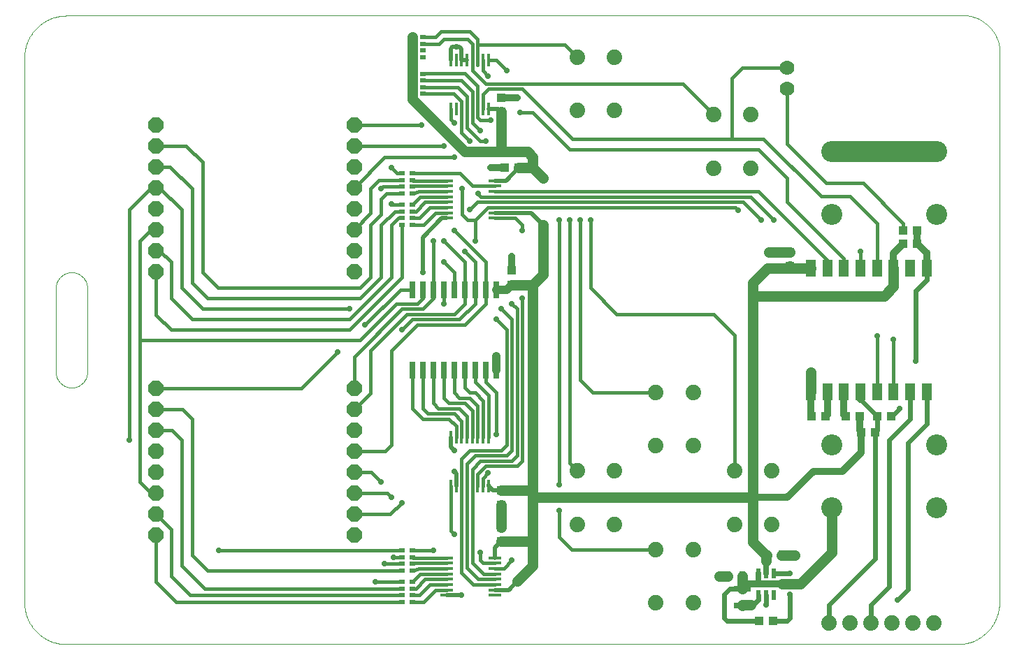
<source format=gtl>
G75*
%MOIN*%
%OFA0B0*%
%FSLAX25Y25*%
%IPPOS*%
%LPD*%
%AMOC8*
5,1,8,0,0,1.08239X$1,22.5*
%
%ADD10C,0.00000*%
%ADD11R,0.03150X0.04724*%
%ADD12R,0.07874X0.03150*%
%ADD13R,0.04331X0.03937*%
%ADD14R,0.02165X0.04724*%
%ADD15R,0.04724X0.07874*%
%ADD16OC8,0.07500*%
%ADD17R,0.01575X0.06299*%
%ADD18R,0.06299X0.01575*%
%ADD19R,0.02600X0.08000*%
%ADD20R,0.02559X0.01969*%
%ADD21R,0.03937X0.04331*%
%ADD22C,0.07400*%
%ADD23C,0.07000*%
%ADD24C,0.10050*%
%ADD25C,0.03200*%
%ADD26C,0.02400*%
%ADD27C,0.02800*%
%ADD28C,0.01600*%
%ADD29C,0.02600*%
%ADD30C,0.02000*%
%ADD31C,0.04000*%
%ADD32C,0.05000*%
%ADD33C,0.10000*%
D10*
X0022600Y0002600D02*
X0447600Y0002600D01*
X0448083Y0002606D01*
X0448566Y0002623D01*
X0449049Y0002653D01*
X0449530Y0002693D01*
X0450011Y0002746D01*
X0450490Y0002810D01*
X0450967Y0002885D01*
X0451443Y0002973D01*
X0451916Y0003071D01*
X0452386Y0003181D01*
X0452854Y0003302D01*
X0453319Y0003435D01*
X0453780Y0003579D01*
X0454238Y0003734D01*
X0454692Y0003900D01*
X0455142Y0004077D01*
X0455587Y0004264D01*
X0456028Y0004463D01*
X0456464Y0004671D01*
X0456894Y0004891D01*
X0457320Y0005121D01*
X0457739Y0005361D01*
X0458153Y0005611D01*
X0458560Y0005871D01*
X0458961Y0006140D01*
X0459356Y0006420D01*
X0459743Y0006708D01*
X0460124Y0007007D01*
X0460497Y0007314D01*
X0460862Y0007630D01*
X0461220Y0007955D01*
X0461570Y0008288D01*
X0461912Y0008630D01*
X0462245Y0008980D01*
X0462570Y0009338D01*
X0462886Y0009703D01*
X0463193Y0010076D01*
X0463492Y0010457D01*
X0463780Y0010844D01*
X0464060Y0011239D01*
X0464329Y0011640D01*
X0464589Y0012047D01*
X0464839Y0012461D01*
X0465079Y0012880D01*
X0465309Y0013306D01*
X0465529Y0013736D01*
X0465737Y0014172D01*
X0465936Y0014613D01*
X0466123Y0015058D01*
X0466300Y0015508D01*
X0466466Y0015962D01*
X0466621Y0016420D01*
X0466765Y0016881D01*
X0466898Y0017346D01*
X0467019Y0017814D01*
X0467129Y0018284D01*
X0467227Y0018757D01*
X0467315Y0019233D01*
X0467390Y0019710D01*
X0467454Y0020189D01*
X0467507Y0020670D01*
X0467547Y0021151D01*
X0467577Y0021634D01*
X0467594Y0022117D01*
X0467600Y0022600D01*
X0467600Y0282600D01*
X0467656Y0283024D01*
X0467701Y0283448D01*
X0467735Y0283874D01*
X0467760Y0284301D01*
X0467774Y0284728D01*
X0467778Y0285155D01*
X0467771Y0285582D01*
X0467755Y0286009D01*
X0467728Y0286435D01*
X0467690Y0286861D01*
X0467642Y0287285D01*
X0467584Y0287708D01*
X0467516Y0288130D01*
X0467438Y0288550D01*
X0467350Y0288968D01*
X0467251Y0289384D01*
X0467143Y0289797D01*
X0467024Y0290207D01*
X0466896Y0290615D01*
X0466758Y0291019D01*
X0466610Y0291420D01*
X0466452Y0291817D01*
X0466285Y0292210D01*
X0466109Y0292599D01*
X0465923Y0292984D01*
X0465728Y0293364D01*
X0465523Y0293739D01*
X0465310Y0294109D01*
X0465088Y0294474D01*
X0464857Y0294834D01*
X0464618Y0295187D01*
X0464370Y0295535D01*
X0464113Y0295877D01*
X0463849Y0296212D01*
X0463576Y0296541D01*
X0463296Y0296864D01*
X0463008Y0297179D01*
X0462712Y0297487D01*
X0462409Y0297789D01*
X0462099Y0298082D01*
X0461782Y0298368D01*
X0461458Y0298647D01*
X0461127Y0298917D01*
X0460790Y0299180D01*
X0460446Y0299434D01*
X0460097Y0299680D01*
X0459742Y0299917D01*
X0459381Y0300146D01*
X0459015Y0300366D01*
X0458643Y0300577D01*
X0458267Y0300778D01*
X0457886Y0300971D01*
X0457500Y0301155D01*
X0457110Y0301329D01*
X0456716Y0301493D01*
X0456317Y0301649D01*
X0455916Y0301794D01*
X0455511Y0301930D01*
X0455102Y0302055D01*
X0454691Y0302171D01*
X0454277Y0302277D01*
X0453861Y0302373D01*
X0453443Y0302459D01*
X0453022Y0302535D01*
X0452600Y0302600D01*
X0022600Y0302600D01*
X0022117Y0302594D01*
X0021634Y0302577D01*
X0021151Y0302547D01*
X0020670Y0302507D01*
X0020189Y0302454D01*
X0019710Y0302390D01*
X0019233Y0302315D01*
X0018757Y0302227D01*
X0018284Y0302129D01*
X0017814Y0302019D01*
X0017346Y0301898D01*
X0016881Y0301765D01*
X0016420Y0301621D01*
X0015962Y0301466D01*
X0015508Y0301300D01*
X0015058Y0301123D01*
X0014613Y0300936D01*
X0014172Y0300737D01*
X0013736Y0300529D01*
X0013306Y0300309D01*
X0012880Y0300079D01*
X0012461Y0299839D01*
X0012047Y0299589D01*
X0011640Y0299329D01*
X0011239Y0299060D01*
X0010844Y0298780D01*
X0010457Y0298492D01*
X0010076Y0298193D01*
X0009703Y0297886D01*
X0009338Y0297570D01*
X0008980Y0297245D01*
X0008630Y0296912D01*
X0008288Y0296570D01*
X0007955Y0296220D01*
X0007630Y0295862D01*
X0007314Y0295497D01*
X0007007Y0295124D01*
X0006708Y0294743D01*
X0006420Y0294356D01*
X0006140Y0293961D01*
X0005871Y0293560D01*
X0005611Y0293153D01*
X0005361Y0292739D01*
X0005121Y0292320D01*
X0004891Y0291894D01*
X0004671Y0291464D01*
X0004463Y0291028D01*
X0004264Y0290587D01*
X0004077Y0290142D01*
X0003900Y0289692D01*
X0003734Y0289238D01*
X0003579Y0288780D01*
X0003435Y0288319D01*
X0003302Y0287854D01*
X0003181Y0287386D01*
X0003071Y0286916D01*
X0002973Y0286443D01*
X0002885Y0285967D01*
X0002810Y0285490D01*
X0002746Y0285011D01*
X0002693Y0284530D01*
X0002653Y0284049D01*
X0002623Y0283566D01*
X0002606Y0283083D01*
X0002600Y0282600D01*
X0002600Y0022600D01*
X0002606Y0022117D01*
X0002623Y0021634D01*
X0002653Y0021151D01*
X0002693Y0020670D01*
X0002746Y0020189D01*
X0002810Y0019710D01*
X0002885Y0019233D01*
X0002973Y0018757D01*
X0003071Y0018284D01*
X0003181Y0017814D01*
X0003302Y0017346D01*
X0003435Y0016881D01*
X0003579Y0016420D01*
X0003734Y0015962D01*
X0003900Y0015508D01*
X0004077Y0015058D01*
X0004264Y0014613D01*
X0004463Y0014172D01*
X0004671Y0013736D01*
X0004891Y0013306D01*
X0005121Y0012880D01*
X0005361Y0012461D01*
X0005611Y0012047D01*
X0005871Y0011640D01*
X0006140Y0011239D01*
X0006420Y0010844D01*
X0006708Y0010457D01*
X0007007Y0010076D01*
X0007314Y0009703D01*
X0007630Y0009338D01*
X0007955Y0008980D01*
X0008288Y0008630D01*
X0008630Y0008288D01*
X0008980Y0007955D01*
X0009338Y0007630D01*
X0009703Y0007314D01*
X0010076Y0007007D01*
X0010457Y0006708D01*
X0010844Y0006420D01*
X0011239Y0006140D01*
X0011640Y0005871D01*
X0012047Y0005611D01*
X0012461Y0005361D01*
X0012880Y0005121D01*
X0013306Y0004891D01*
X0013736Y0004671D01*
X0014172Y0004463D01*
X0014613Y0004264D01*
X0015058Y0004077D01*
X0015508Y0003900D01*
X0015962Y0003734D01*
X0016420Y0003579D01*
X0016881Y0003435D01*
X0017346Y0003302D01*
X0017814Y0003181D01*
X0018284Y0003071D01*
X0018757Y0002973D01*
X0019233Y0002885D01*
X0019710Y0002810D01*
X0020189Y0002746D01*
X0020670Y0002693D01*
X0021151Y0002653D01*
X0021634Y0002623D01*
X0022117Y0002606D01*
X0022600Y0002600D01*
X0017600Y0132600D02*
X0017602Y0132417D01*
X0017609Y0132235D01*
X0017620Y0132053D01*
X0017636Y0131871D01*
X0017656Y0131689D01*
X0017680Y0131508D01*
X0017709Y0131328D01*
X0017742Y0131148D01*
X0017779Y0130969D01*
X0017821Y0130791D01*
X0017868Y0130615D01*
X0017918Y0130439D01*
X0017973Y0130265D01*
X0018032Y0130092D01*
X0018095Y0129921D01*
X0018162Y0129751D01*
X0018234Y0129583D01*
X0018309Y0129417D01*
X0018389Y0129252D01*
X0018472Y0129090D01*
X0018560Y0128929D01*
X0018651Y0128771D01*
X0018746Y0128615D01*
X0018845Y0128462D01*
X0018948Y0128311D01*
X0019054Y0128162D01*
X0019164Y0128016D01*
X0019277Y0127873D01*
X0019394Y0127733D01*
X0019514Y0127595D01*
X0019638Y0127461D01*
X0019765Y0127329D01*
X0019894Y0127201D01*
X0020027Y0127076D01*
X0020163Y0126954D01*
X0020302Y0126835D01*
X0020444Y0126720D01*
X0020589Y0126608D01*
X0020736Y0126500D01*
X0020886Y0126396D01*
X0021038Y0126295D01*
X0021193Y0126198D01*
X0021350Y0126105D01*
X0021509Y0126015D01*
X0021671Y0125930D01*
X0021834Y0125848D01*
X0021999Y0125771D01*
X0022167Y0125697D01*
X0022336Y0125628D01*
X0022506Y0125563D01*
X0022678Y0125502D01*
X0022852Y0125445D01*
X0023027Y0125392D01*
X0023203Y0125344D01*
X0023380Y0125300D01*
X0023559Y0125260D01*
X0023738Y0125225D01*
X0023918Y0125194D01*
X0024098Y0125167D01*
X0024280Y0125145D01*
X0024461Y0125127D01*
X0024644Y0125114D01*
X0024826Y0125105D01*
X0025009Y0125101D01*
X0025191Y0125101D01*
X0025374Y0125105D01*
X0025556Y0125114D01*
X0025739Y0125127D01*
X0025920Y0125145D01*
X0026102Y0125167D01*
X0026282Y0125194D01*
X0026462Y0125225D01*
X0026641Y0125260D01*
X0026820Y0125300D01*
X0026997Y0125344D01*
X0027173Y0125392D01*
X0027348Y0125445D01*
X0027522Y0125502D01*
X0027694Y0125563D01*
X0027864Y0125628D01*
X0028033Y0125697D01*
X0028201Y0125771D01*
X0028366Y0125848D01*
X0028529Y0125930D01*
X0028691Y0126015D01*
X0028850Y0126105D01*
X0029007Y0126198D01*
X0029162Y0126295D01*
X0029314Y0126396D01*
X0029464Y0126500D01*
X0029611Y0126608D01*
X0029756Y0126720D01*
X0029898Y0126835D01*
X0030037Y0126954D01*
X0030173Y0127076D01*
X0030306Y0127201D01*
X0030435Y0127329D01*
X0030562Y0127461D01*
X0030686Y0127595D01*
X0030806Y0127733D01*
X0030923Y0127873D01*
X0031036Y0128016D01*
X0031146Y0128162D01*
X0031252Y0128311D01*
X0031355Y0128462D01*
X0031454Y0128615D01*
X0031549Y0128771D01*
X0031640Y0128929D01*
X0031728Y0129090D01*
X0031811Y0129252D01*
X0031891Y0129417D01*
X0031966Y0129583D01*
X0032038Y0129751D01*
X0032105Y0129921D01*
X0032168Y0130092D01*
X0032227Y0130265D01*
X0032282Y0130439D01*
X0032332Y0130615D01*
X0032379Y0130791D01*
X0032421Y0130969D01*
X0032458Y0131148D01*
X0032491Y0131328D01*
X0032520Y0131508D01*
X0032544Y0131689D01*
X0032564Y0131871D01*
X0032580Y0132053D01*
X0032591Y0132235D01*
X0032598Y0132417D01*
X0032600Y0132600D01*
X0032600Y0172600D01*
X0032598Y0172783D01*
X0032591Y0172965D01*
X0032580Y0173147D01*
X0032564Y0173329D01*
X0032544Y0173511D01*
X0032520Y0173692D01*
X0032491Y0173872D01*
X0032458Y0174052D01*
X0032421Y0174231D01*
X0032379Y0174409D01*
X0032332Y0174585D01*
X0032282Y0174761D01*
X0032227Y0174935D01*
X0032168Y0175108D01*
X0032105Y0175279D01*
X0032038Y0175449D01*
X0031966Y0175617D01*
X0031891Y0175783D01*
X0031811Y0175948D01*
X0031728Y0176110D01*
X0031640Y0176271D01*
X0031549Y0176429D01*
X0031454Y0176585D01*
X0031355Y0176738D01*
X0031252Y0176889D01*
X0031146Y0177038D01*
X0031036Y0177184D01*
X0030923Y0177327D01*
X0030806Y0177467D01*
X0030686Y0177605D01*
X0030562Y0177739D01*
X0030435Y0177871D01*
X0030306Y0177999D01*
X0030173Y0178124D01*
X0030037Y0178246D01*
X0029898Y0178365D01*
X0029756Y0178480D01*
X0029611Y0178592D01*
X0029464Y0178700D01*
X0029314Y0178804D01*
X0029162Y0178905D01*
X0029007Y0179002D01*
X0028850Y0179095D01*
X0028691Y0179185D01*
X0028529Y0179270D01*
X0028366Y0179352D01*
X0028201Y0179429D01*
X0028033Y0179503D01*
X0027864Y0179572D01*
X0027694Y0179637D01*
X0027522Y0179698D01*
X0027348Y0179755D01*
X0027173Y0179808D01*
X0026997Y0179856D01*
X0026820Y0179900D01*
X0026641Y0179940D01*
X0026462Y0179975D01*
X0026282Y0180006D01*
X0026102Y0180033D01*
X0025920Y0180055D01*
X0025739Y0180073D01*
X0025556Y0180086D01*
X0025374Y0180095D01*
X0025191Y0180099D01*
X0025009Y0180099D01*
X0024826Y0180095D01*
X0024644Y0180086D01*
X0024461Y0180073D01*
X0024280Y0180055D01*
X0024098Y0180033D01*
X0023918Y0180006D01*
X0023738Y0179975D01*
X0023559Y0179940D01*
X0023380Y0179900D01*
X0023203Y0179856D01*
X0023027Y0179808D01*
X0022852Y0179755D01*
X0022678Y0179698D01*
X0022506Y0179637D01*
X0022336Y0179572D01*
X0022167Y0179503D01*
X0021999Y0179429D01*
X0021834Y0179352D01*
X0021671Y0179270D01*
X0021509Y0179185D01*
X0021350Y0179095D01*
X0021193Y0179002D01*
X0021038Y0178905D01*
X0020886Y0178804D01*
X0020736Y0178700D01*
X0020589Y0178592D01*
X0020444Y0178480D01*
X0020302Y0178365D01*
X0020163Y0178246D01*
X0020027Y0178124D01*
X0019894Y0177999D01*
X0019765Y0177871D01*
X0019638Y0177739D01*
X0019514Y0177605D01*
X0019394Y0177467D01*
X0019277Y0177327D01*
X0019164Y0177184D01*
X0019054Y0177038D01*
X0018948Y0176889D01*
X0018845Y0176738D01*
X0018746Y0176585D01*
X0018651Y0176429D01*
X0018560Y0176271D01*
X0018472Y0176110D01*
X0018389Y0175948D01*
X0018309Y0175783D01*
X0018234Y0175617D01*
X0018162Y0175449D01*
X0018095Y0175279D01*
X0018032Y0175108D01*
X0017973Y0174935D01*
X0017918Y0174761D01*
X0017868Y0174585D01*
X0017821Y0174409D01*
X0017779Y0174231D01*
X0017742Y0174052D01*
X0017709Y0173872D01*
X0017680Y0173692D01*
X0017656Y0173511D01*
X0017636Y0173329D01*
X0017620Y0173147D01*
X0017609Y0172965D01*
X0017602Y0172783D01*
X0017600Y0172600D01*
X0017600Y0132600D01*
D11*
X0337807Y0035100D03*
X0344893Y0035100D03*
X0356557Y0045100D03*
X0363643Y0045100D03*
D12*
X0345100Y0029037D03*
X0345100Y0021163D03*
D13*
X0353004Y0013850D03*
X0359696Y0013850D03*
X0401754Y0103850D03*
X0408446Y0103850D03*
X0409254Y0111350D03*
X0415946Y0111350D03*
X0400946Y0111350D03*
X0394254Y0111350D03*
X0384696Y0111350D03*
X0378004Y0111350D03*
X0421754Y0193850D03*
X0421754Y0200100D03*
X0428446Y0200100D03*
X0428446Y0193850D03*
X0238446Y0230100D03*
X0231754Y0230100D03*
D14*
X0352610Y0036469D03*
X0356350Y0036469D03*
X0360090Y0036469D03*
X0360090Y0026231D03*
X0356350Y0026231D03*
X0352610Y0026231D03*
D15*
X0377698Y0123072D03*
X0385572Y0123072D03*
X0393446Y0123072D03*
X0401320Y0123072D03*
X0409194Y0123072D03*
X0417069Y0123072D03*
X0424943Y0123072D03*
X0432817Y0123072D03*
X0432817Y0182128D03*
X0424943Y0182128D03*
X0417069Y0182128D03*
X0409194Y0182128D03*
X0401320Y0182128D03*
X0393446Y0182128D03*
X0385572Y0182128D03*
X0377698Y0182128D03*
D16*
X0159844Y0180592D03*
X0159844Y0190592D03*
X0159844Y0200592D03*
X0159844Y0210592D03*
X0159844Y0220592D03*
X0159844Y0230592D03*
X0159844Y0240592D03*
X0159844Y0250592D03*
X0065356Y0250592D03*
X0065356Y0240592D03*
X0065356Y0230592D03*
X0065356Y0220592D03*
X0065356Y0210592D03*
X0065356Y0200592D03*
X0065356Y0190592D03*
X0065356Y0180592D03*
X0065356Y0124608D03*
X0065356Y0114608D03*
X0065356Y0104608D03*
X0065356Y0094608D03*
X0065356Y0084608D03*
X0065356Y0074608D03*
X0065356Y0064608D03*
X0065356Y0054608D03*
X0159844Y0054608D03*
X0159844Y0064608D03*
X0159844Y0074608D03*
X0159844Y0084608D03*
X0159844Y0094608D03*
X0159844Y0104608D03*
X0159844Y0114608D03*
X0159844Y0124608D03*
D17*
X0205946Y0101320D03*
X0208506Y0101320D03*
X0211065Y0101320D03*
X0213624Y0101320D03*
X0216183Y0101320D03*
X0218742Y0101320D03*
X0221301Y0101320D03*
X0223860Y0101320D03*
X0223860Y0078092D03*
X0221301Y0078092D03*
X0218742Y0078092D03*
X0216183Y0078092D03*
X0213624Y0078092D03*
X0211065Y0078092D03*
X0208506Y0078092D03*
X0205946Y0078092D03*
X0205946Y0258092D03*
X0208506Y0258092D03*
X0211065Y0258092D03*
X0213624Y0258092D03*
X0216183Y0258092D03*
X0218742Y0258092D03*
X0221301Y0258092D03*
X0223860Y0258092D03*
X0223860Y0281320D03*
X0221301Y0281320D03*
X0218742Y0281320D03*
X0216183Y0281320D03*
X0213624Y0281320D03*
X0211065Y0281320D03*
X0208506Y0281320D03*
X0205946Y0281320D03*
D18*
X0203880Y0223860D03*
X0203880Y0221301D03*
X0203880Y0218742D03*
X0203880Y0216183D03*
X0203880Y0213624D03*
X0203880Y0211065D03*
X0203880Y0208506D03*
X0203880Y0205946D03*
X0227108Y0205946D03*
X0227108Y0208506D03*
X0227108Y0211065D03*
X0227108Y0213624D03*
X0227108Y0216183D03*
X0227108Y0218742D03*
X0227108Y0221301D03*
X0227108Y0223860D03*
X0227108Y0043860D03*
X0227108Y0041301D03*
X0227108Y0038742D03*
X0227108Y0036183D03*
X0227108Y0033624D03*
X0227108Y0031065D03*
X0227108Y0028506D03*
X0227108Y0025946D03*
X0203880Y0025946D03*
X0203880Y0028506D03*
X0203880Y0031065D03*
X0203880Y0033624D03*
X0203880Y0036183D03*
X0203880Y0038742D03*
X0203880Y0041301D03*
X0203880Y0043860D03*
D19*
X0202600Y0133300D03*
X0197600Y0133300D03*
X0192600Y0133300D03*
X0187600Y0133300D03*
X0207600Y0133300D03*
X0212600Y0133300D03*
X0217600Y0133300D03*
X0222600Y0133300D03*
X0227600Y0133300D03*
X0227600Y0171900D03*
X0222600Y0171900D03*
X0217600Y0171900D03*
X0212600Y0171900D03*
X0207600Y0171900D03*
X0202600Y0171900D03*
X0197600Y0171900D03*
X0192600Y0171900D03*
X0187600Y0171900D03*
D20*
X0187561Y0202876D03*
X0187561Y0206025D03*
X0187561Y0209175D03*
X0187561Y0212324D03*
X0182639Y0212324D03*
X0182639Y0209175D03*
X0182639Y0206025D03*
X0182639Y0202876D03*
X0182639Y0217876D03*
X0182639Y0221025D03*
X0182639Y0224175D03*
X0182639Y0227324D03*
X0187561Y0227324D03*
X0187561Y0224175D03*
X0187561Y0221025D03*
X0187561Y0217876D03*
X0187639Y0265376D03*
X0187639Y0268525D03*
X0192561Y0268525D03*
X0192561Y0265376D03*
X0192561Y0271675D03*
X0192561Y0274824D03*
X0187639Y0274824D03*
X0187639Y0271675D03*
X0187639Y0282876D03*
X0187639Y0286025D03*
X0187639Y0289175D03*
X0187639Y0292324D03*
X0192561Y0292324D03*
X0192561Y0289175D03*
X0192561Y0286025D03*
X0192561Y0282876D03*
X0187561Y0047324D03*
X0187561Y0044175D03*
X0187561Y0041025D03*
X0187561Y0037876D03*
X0182639Y0037876D03*
X0182639Y0041025D03*
X0182639Y0044175D03*
X0182639Y0047324D03*
X0182639Y0032324D03*
X0182639Y0029175D03*
X0182639Y0026025D03*
X0182639Y0022876D03*
X0187561Y0022876D03*
X0187561Y0026025D03*
X0187561Y0029175D03*
X0187561Y0032324D03*
D21*
X0230100Y0051754D03*
X0230100Y0058446D03*
X0230100Y0069254D03*
X0230100Y0075946D03*
X0235100Y0174254D03*
X0235100Y0180946D03*
X0230100Y0256754D03*
X0230100Y0263446D03*
X0367600Y0189696D03*
X0367600Y0183004D03*
D22*
X0349000Y0229800D03*
X0331200Y0229800D03*
X0331200Y0255400D03*
X0349000Y0255400D03*
X0284000Y0257300D03*
X0266200Y0257300D03*
X0266200Y0282900D03*
X0284000Y0282900D03*
X0303700Y0122900D03*
X0321500Y0122900D03*
X0321500Y0097300D03*
X0303700Y0097300D03*
X0284000Y0085400D03*
X0266200Y0085400D03*
X0266200Y0059800D03*
X0284000Y0059800D03*
X0303700Y0047900D03*
X0321500Y0047900D03*
X0341200Y0059800D03*
X0359000Y0059800D03*
X0359000Y0085400D03*
X0341200Y0085400D03*
X0321500Y0022300D03*
X0303700Y0022300D03*
X0386350Y0012600D03*
X0396350Y0012600D03*
X0406350Y0012600D03*
X0416350Y0012600D03*
X0426350Y0012600D03*
X0436350Y0012600D03*
D23*
X0366350Y0267600D03*
X0366350Y0277600D03*
D24*
X0387600Y0237600D03*
X0387600Y0207600D03*
X0437600Y0207600D03*
X0437600Y0237600D03*
X0437600Y0097600D03*
X0437600Y0067600D03*
X0387600Y0067600D03*
X0387600Y0097600D03*
D25*
X0392600Y0085100D02*
X0401754Y0094254D01*
X0401754Y0103850D01*
X0400946Y0104657D01*
X0400946Y0111350D01*
X0394254Y0111350D02*
X0393446Y0112157D01*
X0393446Y0123072D01*
X0385572Y0123072D02*
X0385572Y0112226D01*
X0384696Y0111350D01*
X0378004Y0111350D02*
X0377698Y0112905D01*
X0377698Y0123072D01*
X0401320Y0123072D02*
X0401320Y0119283D01*
X0392600Y0085100D02*
X0378850Y0085100D01*
X0366350Y0072600D01*
X0350100Y0072600D01*
X0352610Y0031350D02*
X0345100Y0031350D01*
X0352610Y0031350D02*
X0363850Y0031350D01*
X0350100Y0021350D02*
X0348850Y0021350D01*
X0417069Y0182128D02*
X0417069Y0189165D01*
X0421754Y0193850D01*
X0428446Y0193850D02*
X0428446Y0200100D01*
X0428446Y0193850D02*
X0432817Y0189480D01*
X0432817Y0182128D01*
X0235100Y0180946D02*
X0235100Y0187600D01*
X0231754Y0230100D02*
X0225100Y0230100D01*
X0230100Y0263446D02*
X0237600Y0263446D01*
D26*
X0427600Y0171350D02*
X0432817Y0176567D01*
X0432817Y0182128D01*
X0427600Y0171350D02*
X0427600Y0137600D01*
X0424943Y0123072D02*
X0424943Y0109943D01*
X0415100Y0100100D01*
X0414943Y0029943D01*
X0406350Y0021350D01*
X0406350Y0012600D01*
X0418850Y0023850D02*
X0423850Y0028850D01*
X0423850Y0098850D01*
X0432817Y0107817D01*
X0432817Y0123072D01*
X0420100Y0115100D02*
X0416350Y0111350D01*
X0415946Y0111350D01*
X0409254Y0111350D02*
X0409254Y0104657D01*
X0408446Y0103850D01*
X0408446Y0043446D01*
X0386350Y0021350D01*
X0386350Y0012600D01*
X0367600Y0015100D02*
X0367600Y0026350D01*
X0367600Y0036350D02*
X0360209Y0036350D01*
X0360090Y0036469D01*
X0356350Y0026231D02*
X0356350Y0021350D01*
X0352610Y0023860D02*
X0352610Y0026231D01*
X0352610Y0023860D02*
X0350100Y0021350D01*
X0353004Y0013850D02*
X0337600Y0013850D01*
X0336350Y0015100D01*
X0336350Y0026350D01*
X0339037Y0029037D01*
X0345100Y0029037D01*
X0359696Y0013850D02*
X0366350Y0013850D01*
X0367600Y0015100D01*
X0409254Y0111350D02*
X0401320Y0119283D01*
D27*
X0420100Y0115100D03*
X0427600Y0137600D03*
X0417069Y0148131D03*
X0409194Y0149756D03*
X0377698Y0132502D03*
X0357600Y0189696D03*
X0360100Y0205100D03*
X0353850Y0205100D03*
X0342885Y0209815D03*
X0401320Y0190130D03*
X0272600Y0205100D03*
X0267600Y0205100D03*
X0262600Y0205100D03*
X0257600Y0205100D03*
X0250100Y0202600D03*
X0240100Y0200100D03*
X0235100Y0187600D03*
X0217600Y0195100D03*
X0212600Y0190100D03*
X0202600Y0185100D03*
X0202600Y0195100D03*
X0197600Y0195100D03*
X0207600Y0200100D03*
X0215100Y0210100D03*
X0218850Y0217600D03*
X0211350Y0220100D03*
X0225100Y0230100D03*
X0207600Y0235100D03*
X0202600Y0240592D03*
X0215100Y0242600D03*
X0220100Y0247600D03*
X0225100Y0252600D03*
X0222600Y0242600D03*
X0207600Y0251350D03*
X0192108Y0250592D03*
X0177600Y0230100D03*
X0172600Y0220100D03*
X0177600Y0212600D03*
X0192600Y0180100D03*
X0202600Y0165100D03*
X0182600Y0152600D03*
X0165100Y0155100D03*
X0157600Y0162600D03*
X0152108Y0142108D03*
X0207600Y0095100D03*
X0207600Y0085100D03*
X0223801Y0084301D03*
X0245100Y0080100D03*
X0257600Y0078850D03*
X0257600Y0066350D03*
X0230100Y0063850D03*
X0207600Y0055100D03*
X0197600Y0047324D03*
X0220100Y0046301D03*
X0235100Y0042600D03*
X0210946Y0025946D03*
X0178525Y0044175D03*
X0174175Y0041025D03*
X0170100Y0032324D03*
X0182600Y0070100D03*
X0177600Y0072600D03*
X0172600Y0080100D03*
X0227600Y0102600D03*
X0227600Y0140100D03*
X0227600Y0157600D03*
X0230100Y0162600D03*
X0235100Y0165100D03*
X0240100Y0167600D03*
X0250100Y0225100D03*
X0238850Y0256350D03*
X0237600Y0263446D03*
X0223801Y0273801D03*
X0232600Y0276350D03*
X0208550Y0287600D03*
X0052600Y0100100D03*
X0095376Y0047324D03*
X0333850Y0035100D03*
X0356350Y0021350D03*
X0367600Y0026350D03*
X0367600Y0036350D03*
X0370100Y0045100D03*
X0418850Y0023850D03*
D28*
X0341200Y0085400D02*
X0341200Y0150250D01*
X0331350Y0160100D01*
X0285100Y0160100D01*
X0272600Y0172600D01*
X0272600Y0205100D01*
X0267600Y0205100D02*
X0267600Y0128850D01*
X0273550Y0122900D01*
X0303700Y0122900D01*
X0266200Y0085400D02*
X0262600Y0089000D01*
X0262600Y0205100D01*
X0257600Y0205100D02*
X0257600Y0078850D01*
X0257600Y0066350D02*
X0257600Y0053850D01*
X0263550Y0047900D01*
X0303700Y0047900D01*
X0235100Y0042600D02*
X0231242Y0038742D01*
X0227108Y0038742D01*
X0227108Y0041301D02*
X0221399Y0041301D01*
X0220100Y0042600D01*
X0220100Y0046301D01*
X0216183Y0041517D02*
X0221517Y0036183D01*
X0227108Y0036183D01*
X0227108Y0033624D02*
X0219076Y0033624D01*
X0213624Y0039076D01*
X0213624Y0078092D01*
X0213624Y0088624D01*
X0217600Y0092600D01*
X0232600Y0092600D01*
X0235100Y0095100D01*
X0235100Y0157600D01*
X0230100Y0162600D01*
X0222600Y0165100D02*
X0212600Y0155100D01*
X0190100Y0155100D01*
X0177600Y0142600D01*
X0177600Y0097600D01*
X0174608Y0094608D01*
X0159844Y0094608D01*
X0159844Y0084608D02*
X0168092Y0084608D01*
X0172600Y0080100D01*
X0175592Y0074608D02*
X0177600Y0072600D01*
X0175592Y0074608D02*
X0159844Y0074608D01*
X0159844Y0064608D02*
X0177108Y0064608D01*
X0182600Y0070100D01*
X0205946Y0078092D02*
X0205946Y0056754D01*
X0207600Y0055100D01*
X0197600Y0047324D02*
X0187561Y0047324D01*
X0187561Y0044175D02*
X0187876Y0043860D01*
X0203880Y0043860D01*
X0203880Y0041301D02*
X0187836Y0041301D01*
X0187561Y0041025D01*
X0187561Y0037876D02*
X0190927Y0038742D01*
X0203880Y0038742D01*
X0203880Y0036183D02*
X0191419Y0036183D01*
X0187561Y0032324D01*
X0187561Y0029175D02*
X0189175Y0029175D01*
X0193624Y0033624D01*
X0203880Y0033624D01*
X0203880Y0031065D02*
X0196065Y0031065D01*
X0191025Y0026025D01*
X0187561Y0026025D01*
X0187561Y0022876D02*
X0192876Y0022876D01*
X0198506Y0028506D01*
X0203880Y0028506D01*
X0211065Y0036635D02*
X0211065Y0078092D01*
X0211065Y0091065D01*
X0215100Y0095100D01*
X0230100Y0095100D01*
X0232600Y0097600D01*
X0232600Y0152600D01*
X0227600Y0157600D01*
X0235100Y0165100D02*
X0237600Y0162600D01*
X0237600Y0092600D01*
X0235100Y0090100D01*
X0220100Y0090100D01*
X0216183Y0086183D01*
X0216183Y0078092D01*
X0216183Y0041517D01*
X0211065Y0036635D02*
X0216635Y0031065D01*
X0227108Y0031065D01*
X0182639Y0032324D02*
X0170100Y0032324D01*
X0182639Y0029175D02*
X0088525Y0029175D01*
X0077600Y0040100D01*
X0077600Y0100100D01*
X0073092Y0104608D01*
X0065356Y0104608D01*
X0052600Y0100100D02*
X0052600Y0210100D01*
X0063092Y0220592D01*
X0065356Y0220592D01*
X0067108Y0220592D01*
X0077600Y0210100D01*
X0077600Y0172600D01*
X0087600Y0162600D01*
X0157600Y0162600D01*
X0162600Y0167600D02*
X0090100Y0167600D01*
X0082600Y0175100D01*
X0082600Y0220100D01*
X0072108Y0230592D01*
X0065356Y0230592D01*
X0065356Y0240592D02*
X0079608Y0240592D01*
X0087600Y0232600D01*
X0087600Y0180100D01*
X0095100Y0172600D01*
X0162600Y0172600D01*
X0167600Y0177600D01*
X0167600Y0202600D01*
X0172600Y0207600D01*
X0172600Y0215100D01*
X0175376Y0217876D01*
X0182639Y0217876D01*
X0182639Y0221025D02*
X0173525Y0221025D01*
X0172600Y0220100D01*
X0171675Y0224175D02*
X0167600Y0220100D01*
X0167600Y0208348D01*
X0159844Y0200592D01*
X0172600Y0202600D02*
X0172600Y0177600D01*
X0162600Y0167600D01*
X0157600Y0157600D02*
X0082600Y0157600D01*
X0072600Y0167600D01*
X0072600Y0185100D01*
X0067108Y0190592D01*
X0065356Y0190592D01*
X0057600Y0195100D02*
X0063092Y0200592D01*
X0065356Y0200592D01*
X0057600Y0195100D02*
X0057600Y0147600D01*
X0162600Y0147600D01*
X0180100Y0165100D01*
X0190100Y0165100D01*
X0192600Y0167600D01*
X0192600Y0171900D01*
X0187600Y0171900D02*
X0181900Y0171900D01*
X0165100Y0155100D01*
X0157600Y0152600D02*
X0182639Y0177639D01*
X0182639Y0202876D01*
X0182639Y0206025D02*
X0181025Y0206025D01*
X0177600Y0202600D01*
X0177600Y0177600D01*
X0157600Y0157600D01*
X0157600Y0152600D02*
X0072600Y0152600D01*
X0065356Y0159844D01*
X0065356Y0180592D01*
X0057600Y0147600D02*
X0057600Y0080100D01*
X0063092Y0074608D01*
X0065356Y0074608D01*
X0065356Y0064608D02*
X0072600Y0057364D01*
X0072600Y0035100D01*
X0081675Y0026025D01*
X0182639Y0026025D01*
X0182639Y0022876D02*
X0074824Y0022876D01*
X0065356Y0032344D01*
X0065356Y0054608D01*
X0082600Y0045100D02*
X0082600Y0110100D01*
X0078092Y0114608D01*
X0065356Y0114608D01*
X0065356Y0124608D02*
X0134608Y0124608D01*
X0152108Y0142108D01*
X0159844Y0139844D02*
X0159844Y0124608D01*
X0167600Y0122364D02*
X0159844Y0114608D01*
X0167600Y0122364D02*
X0167600Y0142600D01*
X0185100Y0160100D01*
X0207600Y0160100D01*
X0212600Y0165100D01*
X0212600Y0171900D01*
X0212600Y0185100D01*
X0202600Y0195100D01*
X0197600Y0195100D02*
X0197600Y0171900D01*
X0197600Y0167600D01*
X0192600Y0162600D01*
X0182600Y0162600D01*
X0159844Y0139844D01*
X0182600Y0152600D02*
X0187600Y0157600D01*
X0210100Y0157600D01*
X0217600Y0165100D01*
X0217600Y0171900D01*
X0217600Y0185100D01*
X0212600Y0190100D01*
X0217600Y0195100D02*
X0217600Y0205100D01*
X0213850Y0205100D01*
X0211350Y0207600D01*
X0211350Y0220100D01*
X0203880Y0221301D02*
X0187836Y0221301D01*
X0187561Y0221025D01*
X0187876Y0223860D02*
X0187561Y0224175D01*
X0187876Y0223860D02*
X0203880Y0223860D01*
X0210376Y0227324D02*
X0216399Y0221301D01*
X0227108Y0221301D01*
X0227108Y0218742D02*
X0351350Y0218850D01*
X0352600Y0218850D01*
X0385572Y0185878D01*
X0385572Y0182128D01*
X0393446Y0182128D02*
X0393446Y0186754D01*
X0366350Y0213850D01*
X0366350Y0225100D01*
X0352600Y0238850D01*
X0262600Y0238850D01*
X0245100Y0256350D01*
X0238850Y0256350D01*
X0225100Y0252600D02*
X0220100Y0252600D01*
X0218742Y0253958D01*
X0218742Y0258092D01*
X0218742Y0268958D01*
X0212600Y0275100D01*
X0192836Y0275100D01*
X0192561Y0274824D01*
X0192561Y0271675D02*
X0211025Y0271675D01*
X0216183Y0266517D01*
X0216183Y0258092D01*
X0216183Y0251517D01*
X0220100Y0247600D01*
X0220100Y0242600D02*
X0213624Y0249076D01*
X0213624Y0258092D01*
X0213624Y0264076D01*
X0209175Y0268525D01*
X0192561Y0268525D01*
X0192561Y0265376D02*
X0207324Y0265376D01*
X0211065Y0261635D01*
X0211065Y0258092D01*
X0211065Y0246635D01*
X0215100Y0242600D01*
X0220100Y0242600D02*
X0222600Y0242600D01*
X0207600Y0235100D02*
X0174352Y0235100D01*
X0159844Y0220592D01*
X0171675Y0224175D02*
X0182639Y0224175D01*
X0182639Y0227324D02*
X0180376Y0227324D01*
X0177600Y0230100D01*
X0187561Y0227324D02*
X0210376Y0227324D01*
X0203880Y0218742D02*
X0190927Y0218742D01*
X0187561Y0217876D01*
X0191419Y0216183D02*
X0203880Y0216183D01*
X0203880Y0213624D02*
X0193624Y0213624D01*
X0189175Y0209175D01*
X0187561Y0209175D01*
X0187561Y0212324D02*
X0191419Y0216183D01*
X0196065Y0211065D02*
X0203880Y0211065D01*
X0203880Y0208506D02*
X0198506Y0208506D01*
X0192876Y0202876D01*
X0187561Y0202876D01*
X0187561Y0206025D02*
X0191025Y0206025D01*
X0196065Y0211065D01*
X0182639Y0212324D02*
X0177876Y0212324D01*
X0177600Y0212600D01*
X0179175Y0209175D02*
X0172600Y0202600D01*
X0179175Y0209175D02*
X0182639Y0209175D01*
X0207600Y0200100D02*
X0222600Y0185100D01*
X0222600Y0171900D01*
X0222600Y0165100D01*
X0207600Y0171900D02*
X0207600Y0180100D01*
X0202600Y0185100D01*
X0202600Y0171900D02*
X0202600Y0165100D01*
X0240100Y0167600D02*
X0240100Y0090100D01*
X0237600Y0087600D01*
X0222600Y0087600D01*
X0218742Y0083742D01*
X0218742Y0078092D01*
X0221301Y0078092D02*
X0221301Y0081801D01*
X0223801Y0084301D01*
X0223860Y0101320D02*
X0223860Y0121340D01*
X0217600Y0127600D01*
X0217600Y0133300D01*
X0212600Y0133300D02*
X0212600Y0125100D01*
X0215100Y0122600D01*
X0217600Y0122600D01*
X0221301Y0118899D01*
X0221301Y0101320D01*
X0218742Y0101320D02*
X0218742Y0116458D01*
X0215100Y0120100D01*
X0210100Y0120100D01*
X0207600Y0122600D01*
X0207600Y0133300D01*
X0202600Y0133300D02*
X0202600Y0120100D01*
X0205100Y0117600D01*
X0212600Y0117600D01*
X0216183Y0114017D01*
X0216183Y0101320D01*
X0213624Y0101320D02*
X0213624Y0111576D01*
X0210100Y0115100D01*
X0200100Y0115100D01*
X0197600Y0117600D01*
X0197600Y0133300D01*
X0192600Y0133300D02*
X0192600Y0115100D01*
X0195100Y0112600D01*
X0207600Y0112600D01*
X0211065Y0109135D01*
X0211065Y0101320D01*
X0208506Y0101320D02*
X0208506Y0106694D01*
X0205100Y0110100D01*
X0192600Y0110100D01*
X0187600Y0115100D01*
X0187600Y0133300D01*
X0222600Y0133300D02*
X0222600Y0127600D01*
X0227600Y0122600D01*
X0227600Y0102600D01*
X0182639Y0047324D02*
X0095376Y0047324D01*
X0089824Y0037876D02*
X0082600Y0045100D01*
X0089824Y0037876D02*
X0182639Y0037876D01*
X0182639Y0041025D02*
X0174175Y0041025D01*
X0178525Y0044175D02*
X0182639Y0044175D01*
X0401320Y0182128D02*
X0401320Y0190130D01*
X0409194Y0182128D02*
X0409194Y0203506D01*
X0396350Y0216350D01*
X0382600Y0216350D01*
X0355100Y0243850D01*
X0340100Y0243850D01*
X0340100Y0272600D01*
X0345100Y0277600D01*
X0366350Y0277600D01*
X0366350Y0267600D02*
X0366350Y0241350D01*
X0385100Y0222600D01*
X0402600Y0222600D01*
X0421754Y0203446D01*
X0421754Y0200100D01*
X0360100Y0205100D02*
X0349017Y0216183D01*
X0227108Y0216183D01*
X0220267Y0216183D01*
X0218850Y0217600D01*
X0218624Y0213624D02*
X0227108Y0213624D01*
X0345326Y0213624D01*
X0353850Y0205100D01*
X0342885Y0209815D02*
X0341635Y0211065D01*
X0227108Y0211065D01*
X0223565Y0211065D01*
X0217600Y0205100D01*
X0215100Y0210100D02*
X0218624Y0213624D01*
X0227108Y0205946D02*
X0236754Y0205946D01*
X0240100Y0202600D01*
X0240100Y0200100D01*
X0202600Y0240592D02*
X0159844Y0240592D01*
X0159844Y0250592D02*
X0192108Y0250592D01*
X0205946Y0253004D02*
X0207600Y0251350D01*
X0205946Y0253004D02*
X0205946Y0258092D01*
X0221301Y0258092D02*
X0221301Y0265051D01*
X0223850Y0267600D01*
X0240100Y0267600D01*
X0263850Y0243850D01*
X0340100Y0243850D01*
X0331200Y0255400D02*
X0316500Y0270100D01*
X0222600Y0270100D01*
X0216183Y0276517D01*
X0216183Y0281320D01*
X0216183Y0289017D01*
X0213850Y0291350D01*
X0202600Y0291350D01*
X0200425Y0289175D01*
X0192561Y0289175D01*
X0192561Y0292324D02*
X0198574Y0292324D01*
X0201350Y0295100D01*
X0215100Y0295100D01*
X0218742Y0291458D01*
X0218742Y0288850D01*
X0260250Y0288850D01*
X0266200Y0282900D01*
X0232600Y0276350D02*
X0227630Y0281320D01*
X0223860Y0281320D01*
X0221301Y0281320D02*
X0221301Y0276301D01*
X0223801Y0273801D01*
X0223801Y0273899D01*
X0218742Y0278958D02*
X0218742Y0281320D01*
X0218742Y0288850D01*
X0409194Y0149756D02*
X0409194Y0123072D01*
X0417069Y0123072D02*
X0417069Y0148131D01*
D29*
X0356350Y0042393D02*
X0356350Y0036469D01*
X0352610Y0036469D02*
X0352610Y0031350D01*
D30*
X0237600Y0032600D02*
X0233506Y0028506D01*
X0227108Y0028506D01*
X0210946Y0025946D02*
X0203880Y0025946D01*
X0227108Y0043860D02*
X0227108Y0048761D01*
X0230100Y0051754D01*
X0230100Y0075946D02*
X0226006Y0075946D01*
X0223860Y0078092D01*
X0223860Y0078860D01*
X0208506Y0078092D02*
X0208506Y0084194D01*
X0207600Y0085100D01*
X0207600Y0095100D02*
X0205946Y0096754D01*
X0205946Y0101320D01*
X0192600Y0180100D02*
X0192600Y0196793D01*
X0201754Y0205946D01*
X0203880Y0205946D01*
X0227108Y0208506D02*
X0244194Y0208506D01*
X0250100Y0202600D01*
X0232206Y0223860D02*
X0227108Y0223860D01*
X0232206Y0223860D02*
X0238446Y0230100D01*
X0230100Y0256754D02*
X0228761Y0258092D01*
X0223860Y0258092D01*
X0213624Y0281320D02*
X0211065Y0281320D01*
X0211065Y0286635D01*
X0210100Y0287600D01*
X0208550Y0287600D01*
X0206793Y0287600D01*
X0205946Y0286754D01*
X0205946Y0281320D01*
X0187639Y0274824D02*
X0187600Y0274864D01*
X0187639Y0265376D02*
X0187600Y0265336D01*
D31*
X0234954Y0174254D02*
X0232600Y0171900D01*
X0227600Y0171900D01*
X0227600Y0140100D02*
X0227600Y0133300D01*
D32*
X0234954Y0174254D02*
X0235100Y0174254D01*
X0245100Y0174254D01*
X0250100Y0179254D01*
X0250100Y0202600D01*
X0250100Y0225100D02*
X0245100Y0230100D01*
X0238446Y0230100D01*
X0245100Y0230100D02*
X0245100Y0235100D01*
X0242600Y0237600D01*
X0230100Y0237600D01*
X0230100Y0256754D01*
X0230100Y0237600D02*
X0212600Y0237600D01*
X0187600Y0262600D01*
X0187600Y0265336D01*
X0187639Y0265376D02*
X0187639Y0268525D01*
X0187639Y0271675D01*
X0187639Y0274824D01*
X0187639Y0282876D01*
X0187639Y0286025D01*
X0187639Y0289175D01*
X0187639Y0292324D01*
X0350100Y0175100D02*
X0357128Y0182128D01*
X0367600Y0182128D01*
X0367600Y0183004D01*
X0367600Y0182128D02*
X0377698Y0182128D01*
X0367600Y0189696D02*
X0357600Y0189696D01*
X0350100Y0175100D02*
X0350100Y0168850D01*
X0350100Y0072600D01*
X0350100Y0051350D01*
X0356350Y0045100D01*
X0356557Y0045100D01*
X0356350Y0045100D02*
X0356350Y0042393D01*
X0363643Y0045100D02*
X0370100Y0045100D01*
X0372600Y0031350D02*
X0363850Y0031350D01*
X0372600Y0031350D02*
X0387600Y0046350D01*
X0387600Y0067600D01*
X0350100Y0072600D02*
X0245100Y0072600D01*
X0245100Y0075100D01*
X0244254Y0075946D01*
X0230100Y0075946D01*
X0230100Y0069254D02*
X0230100Y0063850D01*
X0230100Y0058446D01*
X0230100Y0051754D02*
X0245100Y0051754D01*
X0245100Y0072600D01*
X0245100Y0075100D02*
X0245100Y0080100D01*
X0245100Y0174254D01*
X0350100Y0168850D02*
X0412600Y0168850D01*
X0417069Y0173319D01*
X0417069Y0182128D01*
X0377698Y0132502D02*
X0377698Y0123072D01*
X0245100Y0051754D02*
X0245100Y0040100D01*
X0237600Y0032600D01*
X0333850Y0035100D02*
X0337807Y0035100D01*
X0344893Y0035100D02*
X0345100Y0034893D01*
X0345100Y0031350D01*
X0345100Y0029037D01*
X0345100Y0021350D02*
X0348850Y0021350D01*
X0345100Y0021350D02*
X0345100Y0021163D01*
D33*
X0387600Y0237600D02*
X0437600Y0237600D01*
M02*

</source>
